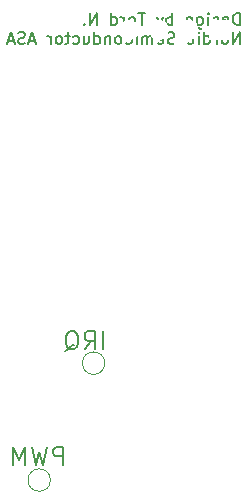
<source format=gbr>
%TF.GenerationSoftware,KiCad,Pcbnew,8.0.4*%
%TF.CreationDate,2024-08-29T19:37:47+02:00*%
%TF.ProjectId,wireless-wizard-wand,77697265-6c65-4737-932d-77697a617264,rev?*%
%TF.SameCoordinates,Original*%
%TF.FileFunction,Legend,Bot*%
%TF.FilePolarity,Positive*%
%FSLAX46Y46*%
G04 Gerber Fmt 4.6, Leading zero omitted, Abs format (unit mm)*
G04 Created by KiCad (PCBNEW 8.0.4) date 2024-08-29 19:37:47*
%MOMM*%
%LPD*%
G01*
G04 APERTURE LIST*
G04 Aperture macros list*
%AMFreePoly0*
4,1,25,-0.850000,0.425000,-0.829199,0.556332,-0.768832,0.674809,-0.674809,0.768832,-0.556332,0.829199,-0.425000,0.850000,0.425000,0.850000,0.556332,0.829199,0.674809,0.768832,0.768832,0.674809,0.829199,0.556332,0.850000,0.425000,0.850000,-0.425000,0.829199,-0.556332,0.768832,-0.674809,0.674809,-0.768832,0.556332,-0.829199,0.425000,-0.850000,-0.425000,-0.850000,-0.556332,-0.829199,
-0.674809,-0.768832,-0.768832,-0.674809,-0.829199,-0.556332,-0.850000,-0.425000,-0.850000,0.425000,-0.850000,0.425000,$1*%
G04 Aperture macros list end*
%ADD10C,0.150000*%
%ADD11C,0.200000*%
%ADD12C,0.120000*%
%ADD13R,1.700000X1.700000*%
%ADD14O,1.700000X1.700000*%
%ADD15C,1.700000*%
%ADD16FreePoly0,270.000000*%
%ADD17C,1.500000*%
G04 APERTURE END LIST*
D10*
X104963220Y-30059875D02*
X104963220Y-29059875D01*
X104963220Y-29059875D02*
X104725125Y-29059875D01*
X104725125Y-29059875D02*
X104582268Y-29107494D01*
X104582268Y-29107494D02*
X104487030Y-29202732D01*
X104487030Y-29202732D02*
X104439411Y-29297970D01*
X104439411Y-29297970D02*
X104391792Y-29488446D01*
X104391792Y-29488446D02*
X104391792Y-29631303D01*
X104391792Y-29631303D02*
X104439411Y-29821779D01*
X104439411Y-29821779D02*
X104487030Y-29917017D01*
X104487030Y-29917017D02*
X104582268Y-30012256D01*
X104582268Y-30012256D02*
X104725125Y-30059875D01*
X104725125Y-30059875D02*
X104963220Y-30059875D01*
X103582268Y-30012256D02*
X103677506Y-30059875D01*
X103677506Y-30059875D02*
X103867982Y-30059875D01*
X103867982Y-30059875D02*
X103963220Y-30012256D01*
X103963220Y-30012256D02*
X104010839Y-29917017D01*
X104010839Y-29917017D02*
X104010839Y-29536065D01*
X104010839Y-29536065D02*
X103963220Y-29440827D01*
X103963220Y-29440827D02*
X103867982Y-29393208D01*
X103867982Y-29393208D02*
X103677506Y-29393208D01*
X103677506Y-29393208D02*
X103582268Y-29440827D01*
X103582268Y-29440827D02*
X103534649Y-29536065D01*
X103534649Y-29536065D02*
X103534649Y-29631303D01*
X103534649Y-29631303D02*
X104010839Y-29726541D01*
X103153696Y-30012256D02*
X103058458Y-30059875D01*
X103058458Y-30059875D02*
X102867982Y-30059875D01*
X102867982Y-30059875D02*
X102772744Y-30012256D01*
X102772744Y-30012256D02*
X102725125Y-29917017D01*
X102725125Y-29917017D02*
X102725125Y-29869398D01*
X102725125Y-29869398D02*
X102772744Y-29774160D01*
X102772744Y-29774160D02*
X102867982Y-29726541D01*
X102867982Y-29726541D02*
X103010839Y-29726541D01*
X103010839Y-29726541D02*
X103106077Y-29678922D01*
X103106077Y-29678922D02*
X103153696Y-29583684D01*
X103153696Y-29583684D02*
X103153696Y-29536065D01*
X103153696Y-29536065D02*
X103106077Y-29440827D01*
X103106077Y-29440827D02*
X103010839Y-29393208D01*
X103010839Y-29393208D02*
X102867982Y-29393208D01*
X102867982Y-29393208D02*
X102772744Y-29440827D01*
X102296553Y-30059875D02*
X102296553Y-29393208D01*
X102296553Y-29059875D02*
X102344172Y-29107494D01*
X102344172Y-29107494D02*
X102296553Y-29155113D01*
X102296553Y-29155113D02*
X102248934Y-29107494D01*
X102248934Y-29107494D02*
X102296553Y-29059875D01*
X102296553Y-29059875D02*
X102296553Y-29155113D01*
X101391792Y-29393208D02*
X101391792Y-30202732D01*
X101391792Y-30202732D02*
X101439411Y-30297970D01*
X101439411Y-30297970D02*
X101487030Y-30345589D01*
X101487030Y-30345589D02*
X101582268Y-30393208D01*
X101582268Y-30393208D02*
X101725125Y-30393208D01*
X101725125Y-30393208D02*
X101820363Y-30345589D01*
X101391792Y-30012256D02*
X101487030Y-30059875D01*
X101487030Y-30059875D02*
X101677506Y-30059875D01*
X101677506Y-30059875D02*
X101772744Y-30012256D01*
X101772744Y-30012256D02*
X101820363Y-29964636D01*
X101820363Y-29964636D02*
X101867982Y-29869398D01*
X101867982Y-29869398D02*
X101867982Y-29583684D01*
X101867982Y-29583684D02*
X101820363Y-29488446D01*
X101820363Y-29488446D02*
X101772744Y-29440827D01*
X101772744Y-29440827D02*
X101677506Y-29393208D01*
X101677506Y-29393208D02*
X101487030Y-29393208D01*
X101487030Y-29393208D02*
X101391792Y-29440827D01*
X100915601Y-29393208D02*
X100915601Y-30059875D01*
X100915601Y-29488446D02*
X100867982Y-29440827D01*
X100867982Y-29440827D02*
X100772744Y-29393208D01*
X100772744Y-29393208D02*
X100629887Y-29393208D01*
X100629887Y-29393208D02*
X100534649Y-29440827D01*
X100534649Y-29440827D02*
X100487030Y-29536065D01*
X100487030Y-29536065D02*
X100487030Y-30059875D01*
X99248934Y-30059875D02*
X99248934Y-29059875D01*
X99248934Y-29440827D02*
X99153696Y-29393208D01*
X99153696Y-29393208D02*
X98963220Y-29393208D01*
X98963220Y-29393208D02*
X98867982Y-29440827D01*
X98867982Y-29440827D02*
X98820363Y-29488446D01*
X98820363Y-29488446D02*
X98772744Y-29583684D01*
X98772744Y-29583684D02*
X98772744Y-29869398D01*
X98772744Y-29869398D02*
X98820363Y-29964636D01*
X98820363Y-29964636D02*
X98867982Y-30012256D01*
X98867982Y-30012256D02*
X98963220Y-30059875D01*
X98963220Y-30059875D02*
X99153696Y-30059875D01*
X99153696Y-30059875D02*
X99248934Y-30012256D01*
X98439410Y-29393208D02*
X98201315Y-30059875D01*
X97963220Y-29393208D02*
X98201315Y-30059875D01*
X98201315Y-30059875D02*
X98296553Y-30297970D01*
X98296553Y-30297970D02*
X98344172Y-30345589D01*
X98344172Y-30345589D02*
X98439410Y-30393208D01*
X96963219Y-29059875D02*
X96391791Y-29059875D01*
X96677505Y-30059875D02*
X96677505Y-29059875D01*
X95915600Y-30059875D02*
X96010838Y-30012256D01*
X96010838Y-30012256D02*
X96058457Y-29964636D01*
X96058457Y-29964636D02*
X96106076Y-29869398D01*
X96106076Y-29869398D02*
X96106076Y-29583684D01*
X96106076Y-29583684D02*
X96058457Y-29488446D01*
X96058457Y-29488446D02*
X96010838Y-29440827D01*
X96010838Y-29440827D02*
X95915600Y-29393208D01*
X95915600Y-29393208D02*
X95772743Y-29393208D01*
X95772743Y-29393208D02*
X95677505Y-29440827D01*
X95677505Y-29440827D02*
X95629886Y-29488446D01*
X95629886Y-29488446D02*
X95582267Y-29583684D01*
X95582267Y-29583684D02*
X95582267Y-29869398D01*
X95582267Y-29869398D02*
X95629886Y-29964636D01*
X95629886Y-29964636D02*
X95677505Y-30012256D01*
X95677505Y-30012256D02*
X95772743Y-30059875D01*
X95772743Y-30059875D02*
X95915600Y-30059875D01*
X95153695Y-30059875D02*
X95153695Y-29393208D01*
X95153695Y-29583684D02*
X95106076Y-29488446D01*
X95106076Y-29488446D02*
X95058457Y-29440827D01*
X95058457Y-29440827D02*
X94963219Y-29393208D01*
X94963219Y-29393208D02*
X94867981Y-29393208D01*
X94106076Y-30059875D02*
X94106076Y-29059875D01*
X94106076Y-30012256D02*
X94201314Y-30059875D01*
X94201314Y-30059875D02*
X94391790Y-30059875D01*
X94391790Y-30059875D02*
X94487028Y-30012256D01*
X94487028Y-30012256D02*
X94534647Y-29964636D01*
X94534647Y-29964636D02*
X94582266Y-29869398D01*
X94582266Y-29869398D02*
X94582266Y-29583684D01*
X94582266Y-29583684D02*
X94534647Y-29488446D01*
X94534647Y-29488446D02*
X94487028Y-29440827D01*
X94487028Y-29440827D02*
X94391790Y-29393208D01*
X94391790Y-29393208D02*
X94201314Y-29393208D01*
X94201314Y-29393208D02*
X94106076Y-29440827D01*
X92867980Y-30059875D02*
X92867980Y-29059875D01*
X92867980Y-29059875D02*
X92296552Y-30059875D01*
X92296552Y-30059875D02*
X92296552Y-29059875D01*
X91820361Y-29964636D02*
X91772742Y-30012256D01*
X91772742Y-30012256D02*
X91820361Y-30059875D01*
X91820361Y-30059875D02*
X91867980Y-30012256D01*
X91867980Y-30012256D02*
X91820361Y-29964636D01*
X91820361Y-29964636D02*
X91820361Y-30059875D01*
X104963220Y-31669819D02*
X104963220Y-30669819D01*
X104963220Y-30669819D02*
X104391792Y-31669819D01*
X104391792Y-31669819D02*
X104391792Y-30669819D01*
X103772744Y-31669819D02*
X103867982Y-31622200D01*
X103867982Y-31622200D02*
X103915601Y-31574580D01*
X103915601Y-31574580D02*
X103963220Y-31479342D01*
X103963220Y-31479342D02*
X103963220Y-31193628D01*
X103963220Y-31193628D02*
X103915601Y-31098390D01*
X103915601Y-31098390D02*
X103867982Y-31050771D01*
X103867982Y-31050771D02*
X103772744Y-31003152D01*
X103772744Y-31003152D02*
X103629887Y-31003152D01*
X103629887Y-31003152D02*
X103534649Y-31050771D01*
X103534649Y-31050771D02*
X103487030Y-31098390D01*
X103487030Y-31098390D02*
X103439411Y-31193628D01*
X103439411Y-31193628D02*
X103439411Y-31479342D01*
X103439411Y-31479342D02*
X103487030Y-31574580D01*
X103487030Y-31574580D02*
X103534649Y-31622200D01*
X103534649Y-31622200D02*
X103629887Y-31669819D01*
X103629887Y-31669819D02*
X103772744Y-31669819D01*
X103010839Y-31669819D02*
X103010839Y-31003152D01*
X103010839Y-31193628D02*
X102963220Y-31098390D01*
X102963220Y-31098390D02*
X102915601Y-31050771D01*
X102915601Y-31050771D02*
X102820363Y-31003152D01*
X102820363Y-31003152D02*
X102725125Y-31003152D01*
X101963220Y-31669819D02*
X101963220Y-30669819D01*
X101963220Y-31622200D02*
X102058458Y-31669819D01*
X102058458Y-31669819D02*
X102248934Y-31669819D01*
X102248934Y-31669819D02*
X102344172Y-31622200D01*
X102344172Y-31622200D02*
X102391791Y-31574580D01*
X102391791Y-31574580D02*
X102439410Y-31479342D01*
X102439410Y-31479342D02*
X102439410Y-31193628D01*
X102439410Y-31193628D02*
X102391791Y-31098390D01*
X102391791Y-31098390D02*
X102344172Y-31050771D01*
X102344172Y-31050771D02*
X102248934Y-31003152D01*
X102248934Y-31003152D02*
X102058458Y-31003152D01*
X102058458Y-31003152D02*
X101963220Y-31050771D01*
X101487029Y-31669819D02*
X101487029Y-31003152D01*
X101487029Y-30669819D02*
X101534648Y-30717438D01*
X101534648Y-30717438D02*
X101487029Y-30765057D01*
X101487029Y-30765057D02*
X101439410Y-30717438D01*
X101439410Y-30717438D02*
X101487029Y-30669819D01*
X101487029Y-30669819D02*
X101487029Y-30765057D01*
X100582268Y-31622200D02*
X100677506Y-31669819D01*
X100677506Y-31669819D02*
X100867982Y-31669819D01*
X100867982Y-31669819D02*
X100963220Y-31622200D01*
X100963220Y-31622200D02*
X101010839Y-31574580D01*
X101010839Y-31574580D02*
X101058458Y-31479342D01*
X101058458Y-31479342D02*
X101058458Y-31193628D01*
X101058458Y-31193628D02*
X101010839Y-31098390D01*
X101010839Y-31098390D02*
X100963220Y-31050771D01*
X100963220Y-31050771D02*
X100867982Y-31003152D01*
X100867982Y-31003152D02*
X100677506Y-31003152D01*
X100677506Y-31003152D02*
X100582268Y-31050771D01*
X99439410Y-31622200D02*
X99296553Y-31669819D01*
X99296553Y-31669819D02*
X99058458Y-31669819D01*
X99058458Y-31669819D02*
X98963220Y-31622200D01*
X98963220Y-31622200D02*
X98915601Y-31574580D01*
X98915601Y-31574580D02*
X98867982Y-31479342D01*
X98867982Y-31479342D02*
X98867982Y-31384104D01*
X98867982Y-31384104D02*
X98915601Y-31288866D01*
X98915601Y-31288866D02*
X98963220Y-31241247D01*
X98963220Y-31241247D02*
X99058458Y-31193628D01*
X99058458Y-31193628D02*
X99248934Y-31146009D01*
X99248934Y-31146009D02*
X99344172Y-31098390D01*
X99344172Y-31098390D02*
X99391791Y-31050771D01*
X99391791Y-31050771D02*
X99439410Y-30955533D01*
X99439410Y-30955533D02*
X99439410Y-30860295D01*
X99439410Y-30860295D02*
X99391791Y-30765057D01*
X99391791Y-30765057D02*
X99344172Y-30717438D01*
X99344172Y-30717438D02*
X99248934Y-30669819D01*
X99248934Y-30669819D02*
X99010839Y-30669819D01*
X99010839Y-30669819D02*
X98867982Y-30717438D01*
X98058458Y-31622200D02*
X98153696Y-31669819D01*
X98153696Y-31669819D02*
X98344172Y-31669819D01*
X98344172Y-31669819D02*
X98439410Y-31622200D01*
X98439410Y-31622200D02*
X98487029Y-31526961D01*
X98487029Y-31526961D02*
X98487029Y-31146009D01*
X98487029Y-31146009D02*
X98439410Y-31050771D01*
X98439410Y-31050771D02*
X98344172Y-31003152D01*
X98344172Y-31003152D02*
X98153696Y-31003152D01*
X98153696Y-31003152D02*
X98058458Y-31050771D01*
X98058458Y-31050771D02*
X98010839Y-31146009D01*
X98010839Y-31146009D02*
X98010839Y-31241247D01*
X98010839Y-31241247D02*
X98487029Y-31336485D01*
X97582267Y-31669819D02*
X97582267Y-31003152D01*
X97582267Y-31098390D02*
X97534648Y-31050771D01*
X97534648Y-31050771D02*
X97439410Y-31003152D01*
X97439410Y-31003152D02*
X97296553Y-31003152D01*
X97296553Y-31003152D02*
X97201315Y-31050771D01*
X97201315Y-31050771D02*
X97153696Y-31146009D01*
X97153696Y-31146009D02*
X97153696Y-31669819D01*
X97153696Y-31146009D02*
X97106077Y-31050771D01*
X97106077Y-31050771D02*
X97010839Y-31003152D01*
X97010839Y-31003152D02*
X96867982Y-31003152D01*
X96867982Y-31003152D02*
X96772743Y-31050771D01*
X96772743Y-31050771D02*
X96725124Y-31146009D01*
X96725124Y-31146009D02*
X96725124Y-31669819D01*
X96248934Y-31669819D02*
X96248934Y-31003152D01*
X96248934Y-30669819D02*
X96296553Y-30717438D01*
X96296553Y-30717438D02*
X96248934Y-30765057D01*
X96248934Y-30765057D02*
X96201315Y-30717438D01*
X96201315Y-30717438D02*
X96248934Y-30669819D01*
X96248934Y-30669819D02*
X96248934Y-30765057D01*
X95344173Y-31622200D02*
X95439411Y-31669819D01*
X95439411Y-31669819D02*
X95629887Y-31669819D01*
X95629887Y-31669819D02*
X95725125Y-31622200D01*
X95725125Y-31622200D02*
X95772744Y-31574580D01*
X95772744Y-31574580D02*
X95820363Y-31479342D01*
X95820363Y-31479342D02*
X95820363Y-31193628D01*
X95820363Y-31193628D02*
X95772744Y-31098390D01*
X95772744Y-31098390D02*
X95725125Y-31050771D01*
X95725125Y-31050771D02*
X95629887Y-31003152D01*
X95629887Y-31003152D02*
X95439411Y-31003152D01*
X95439411Y-31003152D02*
X95344173Y-31050771D01*
X94772744Y-31669819D02*
X94867982Y-31622200D01*
X94867982Y-31622200D02*
X94915601Y-31574580D01*
X94915601Y-31574580D02*
X94963220Y-31479342D01*
X94963220Y-31479342D02*
X94963220Y-31193628D01*
X94963220Y-31193628D02*
X94915601Y-31098390D01*
X94915601Y-31098390D02*
X94867982Y-31050771D01*
X94867982Y-31050771D02*
X94772744Y-31003152D01*
X94772744Y-31003152D02*
X94629887Y-31003152D01*
X94629887Y-31003152D02*
X94534649Y-31050771D01*
X94534649Y-31050771D02*
X94487030Y-31098390D01*
X94487030Y-31098390D02*
X94439411Y-31193628D01*
X94439411Y-31193628D02*
X94439411Y-31479342D01*
X94439411Y-31479342D02*
X94487030Y-31574580D01*
X94487030Y-31574580D02*
X94534649Y-31622200D01*
X94534649Y-31622200D02*
X94629887Y-31669819D01*
X94629887Y-31669819D02*
X94772744Y-31669819D01*
X94010839Y-31003152D02*
X94010839Y-31669819D01*
X94010839Y-31098390D02*
X93963220Y-31050771D01*
X93963220Y-31050771D02*
X93867982Y-31003152D01*
X93867982Y-31003152D02*
X93725125Y-31003152D01*
X93725125Y-31003152D02*
X93629887Y-31050771D01*
X93629887Y-31050771D02*
X93582268Y-31146009D01*
X93582268Y-31146009D02*
X93582268Y-31669819D01*
X92677506Y-31669819D02*
X92677506Y-30669819D01*
X92677506Y-31622200D02*
X92772744Y-31669819D01*
X92772744Y-31669819D02*
X92963220Y-31669819D01*
X92963220Y-31669819D02*
X93058458Y-31622200D01*
X93058458Y-31622200D02*
X93106077Y-31574580D01*
X93106077Y-31574580D02*
X93153696Y-31479342D01*
X93153696Y-31479342D02*
X93153696Y-31193628D01*
X93153696Y-31193628D02*
X93106077Y-31098390D01*
X93106077Y-31098390D02*
X93058458Y-31050771D01*
X93058458Y-31050771D02*
X92963220Y-31003152D01*
X92963220Y-31003152D02*
X92772744Y-31003152D01*
X92772744Y-31003152D02*
X92677506Y-31050771D01*
X91772744Y-31003152D02*
X91772744Y-31669819D01*
X92201315Y-31003152D02*
X92201315Y-31526961D01*
X92201315Y-31526961D02*
X92153696Y-31622200D01*
X92153696Y-31622200D02*
X92058458Y-31669819D01*
X92058458Y-31669819D02*
X91915601Y-31669819D01*
X91915601Y-31669819D02*
X91820363Y-31622200D01*
X91820363Y-31622200D02*
X91772744Y-31574580D01*
X90867982Y-31622200D02*
X90963220Y-31669819D01*
X90963220Y-31669819D02*
X91153696Y-31669819D01*
X91153696Y-31669819D02*
X91248934Y-31622200D01*
X91248934Y-31622200D02*
X91296553Y-31574580D01*
X91296553Y-31574580D02*
X91344172Y-31479342D01*
X91344172Y-31479342D02*
X91344172Y-31193628D01*
X91344172Y-31193628D02*
X91296553Y-31098390D01*
X91296553Y-31098390D02*
X91248934Y-31050771D01*
X91248934Y-31050771D02*
X91153696Y-31003152D01*
X91153696Y-31003152D02*
X90963220Y-31003152D01*
X90963220Y-31003152D02*
X90867982Y-31050771D01*
X90582267Y-31003152D02*
X90201315Y-31003152D01*
X90439410Y-30669819D02*
X90439410Y-31526961D01*
X90439410Y-31526961D02*
X90391791Y-31622200D01*
X90391791Y-31622200D02*
X90296553Y-31669819D01*
X90296553Y-31669819D02*
X90201315Y-31669819D01*
X89725124Y-31669819D02*
X89820362Y-31622200D01*
X89820362Y-31622200D02*
X89867981Y-31574580D01*
X89867981Y-31574580D02*
X89915600Y-31479342D01*
X89915600Y-31479342D02*
X89915600Y-31193628D01*
X89915600Y-31193628D02*
X89867981Y-31098390D01*
X89867981Y-31098390D02*
X89820362Y-31050771D01*
X89820362Y-31050771D02*
X89725124Y-31003152D01*
X89725124Y-31003152D02*
X89582267Y-31003152D01*
X89582267Y-31003152D02*
X89487029Y-31050771D01*
X89487029Y-31050771D02*
X89439410Y-31098390D01*
X89439410Y-31098390D02*
X89391791Y-31193628D01*
X89391791Y-31193628D02*
X89391791Y-31479342D01*
X89391791Y-31479342D02*
X89439410Y-31574580D01*
X89439410Y-31574580D02*
X89487029Y-31622200D01*
X89487029Y-31622200D02*
X89582267Y-31669819D01*
X89582267Y-31669819D02*
X89725124Y-31669819D01*
X88963219Y-31669819D02*
X88963219Y-31003152D01*
X88963219Y-31193628D02*
X88915600Y-31098390D01*
X88915600Y-31098390D02*
X88867981Y-31050771D01*
X88867981Y-31050771D02*
X88772743Y-31003152D01*
X88772743Y-31003152D02*
X88677505Y-31003152D01*
X87629885Y-31384104D02*
X87153695Y-31384104D01*
X87725123Y-31669819D02*
X87391790Y-30669819D01*
X87391790Y-30669819D02*
X87058457Y-31669819D01*
X86772742Y-31622200D02*
X86629885Y-31669819D01*
X86629885Y-31669819D02*
X86391790Y-31669819D01*
X86391790Y-31669819D02*
X86296552Y-31622200D01*
X86296552Y-31622200D02*
X86248933Y-31574580D01*
X86248933Y-31574580D02*
X86201314Y-31479342D01*
X86201314Y-31479342D02*
X86201314Y-31384104D01*
X86201314Y-31384104D02*
X86248933Y-31288866D01*
X86248933Y-31288866D02*
X86296552Y-31241247D01*
X86296552Y-31241247D02*
X86391790Y-31193628D01*
X86391790Y-31193628D02*
X86582266Y-31146009D01*
X86582266Y-31146009D02*
X86677504Y-31098390D01*
X86677504Y-31098390D02*
X86725123Y-31050771D01*
X86725123Y-31050771D02*
X86772742Y-30955533D01*
X86772742Y-30955533D02*
X86772742Y-30860295D01*
X86772742Y-30860295D02*
X86725123Y-30765057D01*
X86725123Y-30765057D02*
X86677504Y-30717438D01*
X86677504Y-30717438D02*
X86582266Y-30669819D01*
X86582266Y-30669819D02*
X86344171Y-30669819D01*
X86344171Y-30669819D02*
X86201314Y-30717438D01*
X85820361Y-31384104D02*
X85344171Y-31384104D01*
X85915599Y-31669819D02*
X85582266Y-30669819D01*
X85582266Y-30669819D02*
X85248933Y-31669819D01*
D11*
X90011279Y-67306028D02*
X90011279Y-65806028D01*
X90011279Y-65806028D02*
X89439850Y-65806028D01*
X89439850Y-65806028D02*
X89296993Y-65877457D01*
X89296993Y-65877457D02*
X89225564Y-65948885D01*
X89225564Y-65948885D02*
X89154136Y-66091742D01*
X89154136Y-66091742D02*
X89154136Y-66306028D01*
X89154136Y-66306028D02*
X89225564Y-66448885D01*
X89225564Y-66448885D02*
X89296993Y-66520314D01*
X89296993Y-66520314D02*
X89439850Y-66591742D01*
X89439850Y-66591742D02*
X90011279Y-66591742D01*
X88654136Y-65806028D02*
X88296993Y-67306028D01*
X88296993Y-67306028D02*
X88011279Y-66234600D01*
X88011279Y-66234600D02*
X87725564Y-67306028D01*
X87725564Y-67306028D02*
X87368422Y-65806028D01*
X86796993Y-67306028D02*
X86796993Y-65806028D01*
X86796993Y-65806028D02*
X86296993Y-66877457D01*
X86296993Y-66877457D02*
X85796993Y-65806028D01*
X85796993Y-65806028D02*
X85796993Y-67306028D01*
X93411279Y-57506028D02*
X93411279Y-56006028D01*
X91839850Y-57506028D02*
X92339850Y-56791742D01*
X92696993Y-57506028D02*
X92696993Y-56006028D01*
X92696993Y-56006028D02*
X92125564Y-56006028D01*
X92125564Y-56006028D02*
X91982707Y-56077457D01*
X91982707Y-56077457D02*
X91911278Y-56148885D01*
X91911278Y-56148885D02*
X91839850Y-56291742D01*
X91839850Y-56291742D02*
X91839850Y-56506028D01*
X91839850Y-56506028D02*
X91911278Y-56648885D01*
X91911278Y-56648885D02*
X91982707Y-56720314D01*
X91982707Y-56720314D02*
X92125564Y-56791742D01*
X92125564Y-56791742D02*
X92696993Y-56791742D01*
X90196993Y-57648885D02*
X90339850Y-57577457D01*
X90339850Y-57577457D02*
X90482707Y-57434600D01*
X90482707Y-57434600D02*
X90696993Y-57220314D01*
X90696993Y-57220314D02*
X90839850Y-57148885D01*
X90839850Y-57148885D02*
X90982707Y-57148885D01*
X90911278Y-57506028D02*
X91054136Y-57434600D01*
X91054136Y-57434600D02*
X91196993Y-57291742D01*
X91196993Y-57291742D02*
X91268421Y-57006028D01*
X91268421Y-57006028D02*
X91268421Y-56506028D01*
X91268421Y-56506028D02*
X91196993Y-56220314D01*
X91196993Y-56220314D02*
X91054136Y-56077457D01*
X91054136Y-56077457D02*
X90911278Y-56006028D01*
X90911278Y-56006028D02*
X90625564Y-56006028D01*
X90625564Y-56006028D02*
X90482707Y-56077457D01*
X90482707Y-56077457D02*
X90339850Y-56220314D01*
X90339850Y-56220314D02*
X90268421Y-56506028D01*
X90268421Y-56506028D02*
X90268421Y-57006028D01*
X90268421Y-57006028D02*
X90339850Y-57291742D01*
X90339850Y-57291742D02*
X90482707Y-57434600D01*
X90482707Y-57434600D02*
X90625564Y-57506028D01*
X90625564Y-57506028D02*
X90911278Y-57506028D01*
D12*
%TO.C,TP1*%
X88950000Y-68600000D02*
G75*
G02*
X87050000Y-68600000I-950000J0D01*
G01*
X87050000Y-68600000D02*
G75*
G02*
X88950000Y-68600000I950000J0D01*
G01*
%TO.C,TP2*%
X93550000Y-58700000D02*
G75*
G02*
X91650000Y-58700000I-950000J0D01*
G01*
X91650000Y-58700000D02*
G75*
G02*
X93550000Y-58700000I950000J0D01*
G01*
%TD*%
%LPC*%
D13*
%TO.C,J5*%
X103251000Y-30480000D03*
D14*
X100711000Y-30480000D03*
X98171000Y-30480000D03*
X95631000Y-30480000D03*
%TD*%
D15*
%TO.C,J2*%
X103700000Y-68360000D03*
D14*
X103700000Y-65820000D03*
X103700000Y-63280000D03*
X103700000Y-60740000D03*
X103700000Y-58200000D03*
X103700000Y-55660000D03*
X103700000Y-53120000D03*
X103700000Y-50580000D03*
X103700000Y-48040000D03*
X103700000Y-45500000D03*
X103700000Y-42960000D03*
%TD*%
D15*
%TO.C,J4*%
X100200000Y-35100000D03*
D13*
X100200000Y-37640000D03*
D14*
X100200000Y-40180000D03*
X100200000Y-42720000D03*
X100200000Y-45260000D03*
X100200000Y-47800000D03*
X100200000Y-50340000D03*
X100200000Y-52880000D03*
%TD*%
D13*
%TO.C,J6*%
X103759000Y-39243000D03*
D14*
X103759000Y-36703000D03*
X103759000Y-34163000D03*
%TD*%
D15*
%TO.C,J1*%
X83400000Y-30260000D03*
D14*
X83400000Y-32800000D03*
X83400000Y-35340000D03*
D13*
X83400000Y-37880000D03*
D14*
X83400000Y-40420000D03*
X83400000Y-42960000D03*
X83400000Y-45500000D03*
X83400000Y-48040000D03*
X83400000Y-50580000D03*
X83400000Y-53120000D03*
X83400000Y-55660000D03*
X83400000Y-58200000D03*
X83400000Y-60740000D03*
X83400000Y-63280000D03*
X83400000Y-65820000D03*
X83400000Y-68360000D03*
%TD*%
D16*
%TO.C,J3*%
X94800000Y-68385000D03*
X92260000Y-68385000D03*
%TD*%
D17*
%TO.C,TP1*%
X88000000Y-68600000D03*
%TD*%
%TO.C,TP2*%
X92600000Y-58700000D03*
%TD*%
%LPD*%
M02*

</source>
